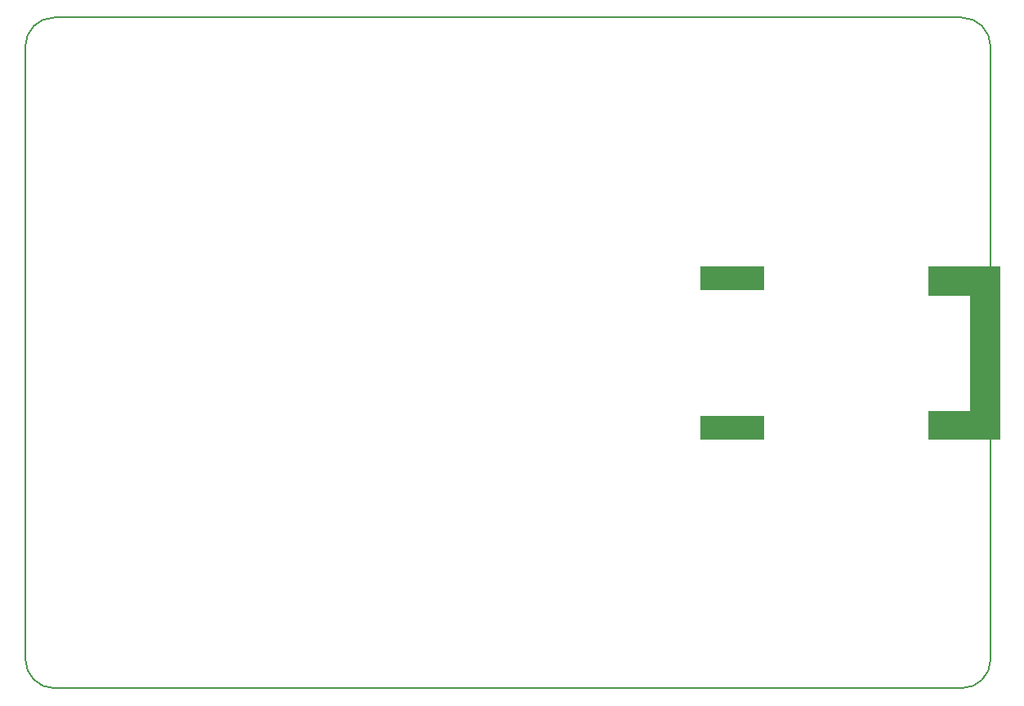
<source format=gbr>
%TF.GenerationSoftware,KiCad,Pcbnew,5.1.10*%
%TF.CreationDate,2021-07-27T11:18:45+02:00*%
%TF.ProjectId,lxbmc,6c78626d-632e-46b6-9963-61645f706362,rev?*%
%TF.SameCoordinates,Original*%
%TF.FileFunction,OtherDrawing,Comment*%
%FSLAX45Y45*%
G04 Gerber Fmt 4.5, Leading zero omitted, Abs format (unit mm)*
G04 Created by KiCad (PCBNEW 5.1.10) date 2021-07-27 11:18:45*
%MOMM*%
%LPD*%
G01*
G04 APERTURE LIST*
%TA.AperFunction,Profile*%
%ADD10C,0.200000*%
%TD*%
%ADD11C,0.010000*%
G04 APERTURE END LIST*
D10*
X300000Y-6950000D02*
G75*
G02*
X0Y-6650000I0J300000D01*
G01*
X0Y-300000D02*
G75*
G02*
X300000Y0I300000J0D01*
G01*
X10000000Y-6650000D02*
G75*
G02*
X9700000Y-6950000I-300000J0D01*
G01*
X9700000Y0D02*
G75*
G02*
X10000000Y-300000I0J-300000D01*
G01*
X300000Y0D02*
X9700000Y0D01*
X0Y-6650000D02*
X0Y-300000D01*
X10000000Y-300000D02*
X10000000Y-6650000D01*
X9700000Y-6950000D02*
X300000Y-6950000D01*
D11*
G36*
X9355600Y-2583460D02*
G01*
X9355600Y-2875560D01*
X9787400Y-2875560D01*
X9787400Y-4074440D01*
X9355600Y-4074440D01*
X9355600Y-4366540D01*
X10092200Y-4366540D01*
X10092200Y-2583460D01*
X9355600Y-2583460D01*
G37*
X9355600Y-2583460D02*
X9355600Y-2875560D01*
X9787400Y-2875560D01*
X9787400Y-4074440D01*
X9355600Y-4074440D01*
X9355600Y-4366540D01*
X10092200Y-4366540D01*
X10092200Y-2583460D01*
X9355600Y-2583460D01*
G36*
X9355600Y-2583460D02*
G01*
X9355600Y-2875560D01*
X9787400Y-2875560D01*
X9787400Y-4074440D01*
X9355600Y-4074440D01*
X9355600Y-4366540D01*
X10092200Y-4366540D01*
X10092200Y-2583460D01*
X9355600Y-2583460D01*
G37*
X9355600Y-2583460D02*
X9355600Y-2875560D01*
X9787400Y-2875560D01*
X9787400Y-4074440D01*
X9355600Y-4074440D01*
X9355600Y-4366540D01*
X10092200Y-4366540D01*
X10092200Y-2583460D01*
X9355600Y-2583460D01*
G36*
X7641100Y-2583460D02*
G01*
X7641100Y-2819680D01*
X6993400Y-2819680D01*
X6993400Y-2583460D01*
X7641100Y-2583460D01*
G37*
X7641100Y-2583460D02*
X7641100Y-2819680D01*
X6993400Y-2819680D01*
X6993400Y-2583460D01*
X7641100Y-2583460D01*
G36*
X7641100Y-4130320D02*
G01*
X7641100Y-4366540D01*
X6993400Y-4366540D01*
X6993400Y-4130320D01*
X7641100Y-4130320D01*
G37*
X7641100Y-4130320D02*
X7641100Y-4366540D01*
X6993400Y-4366540D01*
X6993400Y-4130320D01*
X7641100Y-4130320D01*
G36*
X7641100Y-2583460D02*
G01*
X7641100Y-2819680D01*
X6993400Y-2819680D01*
X6993400Y-2583460D01*
X7641100Y-2583460D01*
G37*
X7641100Y-2583460D02*
X7641100Y-2819680D01*
X6993400Y-2819680D01*
X6993400Y-2583460D01*
X7641100Y-2583460D01*
G36*
X7641100Y-4130320D02*
G01*
X7641100Y-4366540D01*
X6993400Y-4366540D01*
X6993400Y-4130320D01*
X7641100Y-4130320D01*
G37*
X7641100Y-4130320D02*
X7641100Y-4366540D01*
X6993400Y-4366540D01*
X6993400Y-4130320D01*
X7641100Y-4130320D01*
M02*

</source>
